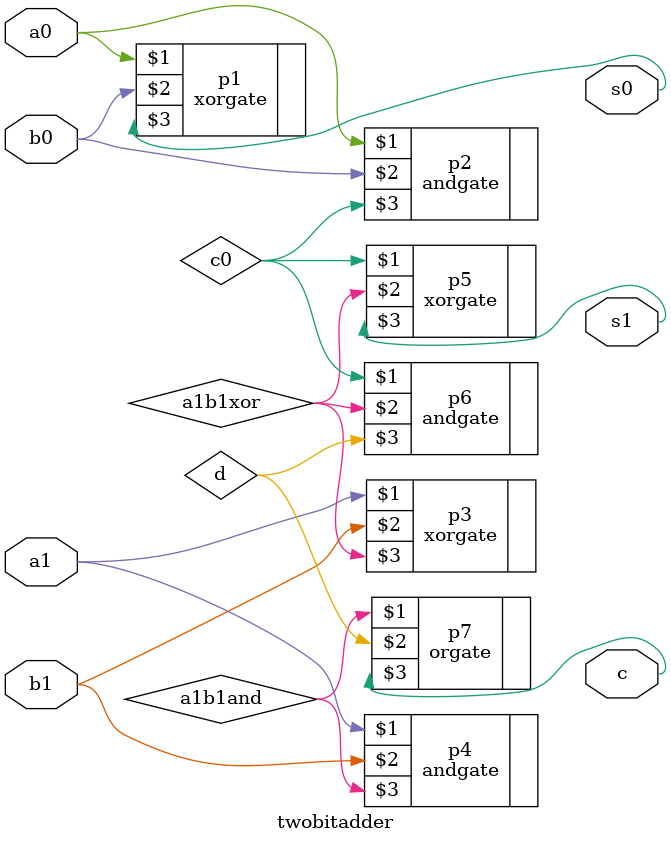
<source format=v>
module twobitadder(a1,a0,b1,b0,c,s1,s0);
input a0,a1,b0,b1;
output c,s1,s0;
xorgate p1(a0,b0,s0);
andgate p2(a0,b0,c0);
xorgate p3(a1,b1,a1b1xor);
andgate p4(a1,b1,a1b1and);
xorgate p5(c0,a1b1xor,s1);
andgate p6(c0,a1b1xor,d);
orgate p7(a1b1and,d,c);
endmodule
</source>
